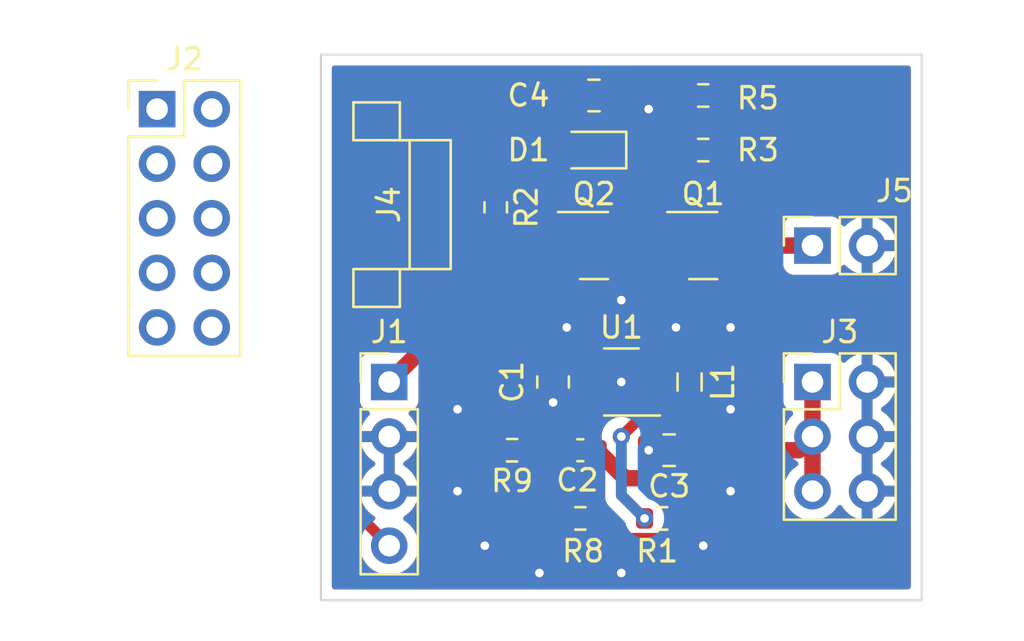
<source format=kicad_pcb>
(kicad_pcb (version 20211014) (generator pcbnew)
  (layers (0 "F.Cu" signal) (31 "B.Cu" signal) (34 "B.Paste" user) (35 "F.Paste" user) (36 "B.SilkS" user "B.Silkscreen") (37 "F.SilkS" user "F.Silkscreen") (38 "B.Mask" user) (39 "F.Mask" user) (44 "Edge.Cuts" user))
  (net 0 "")
  (net 1 "+4V")
  (net 2 "GND")
  (net 3 "+3V3")
  (net 4 "Net-(C2-Pad2)")
  (net 5 "/thermistor")
  (net 6 "/v_solar")
  (net 7 "/therm_en")
  (net 8 "/solar_en")
  (net 9 "/hdq")
  (net 10 "/3v3_en")
  (net 11 "/solar")
  (net 12 "Net-(L1-Pad1)")
  (net 13 "Net-(Q1-Pad1)")
  (net 14 "Net-(Q1-Pad2)")
  (footprint "Resistor_SMD:R_0603_1608Metric" (layer "F.Cu") (at 99.568 93.472 -90)
    (fp_text reference "R2" (at 0 -1.43 90) (layer "F.SilkS"))
    (fp_text value "10k")
    (fp_line (start -0.237258 -0.5225) (end 0.237258 -0.5225) (layer "F.SilkS") (width 0.12))
    (fp_line (start -0.237258 0.5225) (end 0.237258 0.5225) (layer "F.SilkS") (width 0.12))
    (pad "1" smd roundrect (at -0.825 0 270) (size 0.8 0.95) (layers "F.Cu" "F.Paste" "F.Mask") (net 7 "/therm_en"))
    (pad "2" smd roundrect (at 0.825 0 270) (size 0.8 0.95) (layers "F.Cu" "F.Paste" "F.Mask") (net 5 "/thermistor"))
  )
  (footprint "Resistor_SMD:R_0603_1608Metric" (layer "F.Cu") (at 109.22 90.805)
    (fp_text reference "R3" (at 2.54 0) (layer "F.SilkS"))
    (fp_text value "430k")
    (fp_line (start -0.237258 -0.5225) (end 0.237258 -0.5225) (layer "F.SilkS") (width 0.12))
    (fp_line (start -0.237258 0.5225) (end 0.237258 0.5225) (layer "F.SilkS") (width 0.12))
    (pad "1" smd roundrect (at -0.825 0) (size 0.8 0.95) (layers "F.Cu" "F.Paste" "F.Mask") (net 11 "/solar"))
    (pad "2" smd roundrect (at 0.825 0) (size 0.8 0.95) (layers "F.Cu" "F.Paste" "F.Mask") (net 6 "/v_solar"))
  )
  (footprint "Capacitor_SMD:C_0805_2012Metric" (layer "F.Cu") (at 107.635 104.775 180)
    (fp_text reference "C3" (at 0 -1.68) (layer "F.SilkS"))
    (fp_text value "10u")
    (fp_line (start -0.261252 -0.735) (end 0.261252 -0.735) (layer "F.SilkS") (width 0.12))
    (fp_line (start -0.261252 0.735) (end 0.261252 0.735) (layer "F.SilkS") (width 0.12))
    (pad "1" smd roundrect (at -0.95 0 180) (size 1 1.45) (layers "F.Cu" "F.Paste" "F.Mask") (net 3 "+3V3"))
    (pad "2" smd roundrect (at 0.95 0 180) (size 1 1.45) (layers "F.Cu" "F.Paste" "F.Mask") (net 2 "GND"))
  )
  (footprint "Connector_PinSocket_2.54mm:PinSocket_1x02_P2.54mm_Vertical" (layer "F.Cu") (at 114.3 95.25 90)
    (fp_text reference "J5" (at 2.54 3.81 180) (layer "F.SilkS"))
    (fp_text value "Conn_01x02_Female")
    (fp_line (start 1.33 -1.33) (end 1.33 0) (layer "F.SilkS") (width 0.12))
    (fp_line (start -1.33 3.87) (end 1.33 3.87) (layer "F.SilkS") (width 0.12))
    (fp_line (start -1.33 1.27) (end 1.33 1.27) (layer "F.SilkS") (width 0.12))
    (fp_line (start -1.33 1.27) (end -1.33 3.87) (layer "F.SilkS") (width 0.12))
    (fp_line (start 1.33 1.27) (end 1.33 3.87) (layer "F.SilkS") (width 0.12))
    (fp_line (start 0 -1.33) (end 1.33 -1.33) (layer "F.SilkS") (width 0.12))
    (pad "1" thru_hole rect (at 0 0 90) (size 1.7 1.7) (drill 1) (layers *.Cu *.Mask) (net 11 "/solar"))
    (pad "2" thru_hole oval (at 0 2.54 90) (size 1.7 1.7) (drill 1) (layers *.Cu *.Mask) (net 2 "GND"))
  )
  (footprint "Package_TO_SOT_SMD:SOT-23" (layer "F.Cu") (at 109.22 95.25)
    (fp_text reference "Q1" (at 0 -2.4) (layer "F.SilkS"))
    (fp_text value "Q_NMOS_GSD")
    (fp_line (start 0 1.56) (end -0.65 1.56) (layer "F.SilkS") (width 0.12))
    (fp_line (start 0 -1.56) (end -1.675 -1.56) (layer "F.SilkS") (width 0.12))
    (fp_line (start 0 -1.56) (end 0.65 -1.56) (layer "F.SilkS") (width 0.12))
    (fp_line (start 0 1.56) (end 0.65 1.56) (layer "F.SilkS") (width 0.12))
    (pad "1" smd roundrect (at -0.9375 -0.95) (size 1.475 0.6) (layers "F.Cu" "F.Paste" "F.Mask") (net 13 "Net-(Q1-Pad1)"))
    (pad "2" smd roundrect (at -0.9375 0.95) (size 1.475 0.6) (layers "F.Cu" "F.Paste" "F.Mask") (net 14 "Net-(Q1-Pad2)"))
    (pad "3" smd roundrect (at 0.9375 0) (size 1.475 0.6) (layers "F.Cu" "F.Paste" "F.Mask") (net 11 "/solar"))
  )
  (footprint "Connector_PinHeader_2.54mm:PinHeader_2x05_P2.54mm_Vertical" (layer "F.Cu") (at 83.82 88.9)
    (fp_text reference "J2" (at 1.27 -2.33) (layer "F.SilkS"))
    (fp_text value "Conn_02x05_Odd_Even")
    (fp_line (start -1.33 0) (end -1.33 -1.33) (layer "F.SilkS") (width 0.12))
    (fp_line (start 1.27 -1.33) (end 3.87 -1.33) (layer "F.SilkS") (width 0.12))
    (fp_line (start -1.33 1.27) (end 1.27 1.27) (layer "F.SilkS") (width 0.12))
    (fp_line (start -1.33 1.27) (end -1.33 11.49) (layer "F.SilkS") (width 0.12))
    (fp_line (start 3.87 -1.33) (end 3.87 11.49) (layer "F.SilkS") (width 0.12))
    (fp_line (start -1.33 11.49) (end 3.87 11.49) (layer "F.SilkS") (width 0.12))
    (fp_line (start -1.33 -1.33) (end 0 -1.33) (layer "F.SilkS") (width 0.12))
    (fp_line (start 1.27 1.27) (end 1.27 -1.33) (layer "F.SilkS") (width 0.12))
    (pad "1" thru_hole rect (at 0 0) (size 1.7 1.7) (drill 1) (layers *.Cu *.Mask) (net 1 "+4V"))
    (pad "2" thru_hole oval (at 2.54 0) (size 1.7 1.7) (drill 1) (layers *.Cu *.Mask) (net 2 "GND"))
    (pad "3" thru_hole oval (at 0 2.54) (size 1.7 1.7) (drill 1) (layers *.Cu *.Mask) (net 5 "/thermistor"))
    (pad "4" thru_hole oval (at 2.54 2.54) (size 1.7 1.7) (drill 1) (layers *.Cu *.Mask) (net 6 "/v_solar"))
    (pad "5" thru_hole oval (at 0 5.08) (size 1.7 1.7) (drill 1) (layers *.Cu *.Mask) (net 7 "/therm_en"))
    (pad "6" thru_hole oval (at 2.54 5.08) (size 1.7 1.7) (drill 1) (layers *.Cu *.Mask) (net 8 "/solar_en"))
    (pad "7" thru_hole oval (at 0 7.62) (size 1.7 1.7) (drill 1) (layers *.Cu *.Mask) (net 9 "/hdq"))
    (pad "8" thru_hole oval (at 2.54 7.62) (size 1.7 1.7) (drill 1) (layers *.Cu *.Mask) (net 10 "/3v3_en"))
    (pad "9" thru_hole oval (at 0 10.16) (size 1.7 1.7) (drill 1) (layers *.Cu *.Mask) (net 2 "GND"))
    (pad "10" thru_hole oval (at 2.54 10.16) (size 1.7 1.7) (drill 1) (layers *.Cu *.Mask) (net 1 "+4V"))
  )
  (footprint "Connector_PinHeader_2.54mm:PinHeader_2x03_P2.54mm_Vertical" (layer "F.Cu") (at 114.3 101.6)
    (fp_text reference "J3" (at 1.27 -2.33) (layer "F.SilkS"))
    (fp_text value "Conn_02x03_Odd_Even")
    (fp_line (start 1.27 -1.33) (end 3.87 -1.33) (layer "F.SilkS") (width 0.12))
    (fp_line (start -1.33 1.27) (end 1.27 1.27) (layer "F.SilkS") (width 0.12))
    (fp_line (start -1.33 6.41) (end 3.87 6.41) (layer "F.SilkS") (width 0.12))
    (fp_line (start -1.33 1.27) (end -1.33 6.41) (layer "F.SilkS") (width 0.12))
    (fp_line (start -1.33 0) (end -1.33 -1.33) (layer "F.SilkS") (width 0.12))
    (fp_line (start 1.27 1.27) (end 1.27 -1.33) (layer "F.SilkS") (width 0.12))
    (fp_line (start -1.33 -1.33) (end 0 -1.33) (layer "F.SilkS") (width 0.12))
    (fp_line (start 3.87 -1.33) (end 3.87 6.41) (layer "F.SilkS") (width 0.12))
    (pad "1" thru_hole rect (at 0 0) (size 1.7 1.7) (drill 1) (layers *.Cu *.Mask) (net 3 "+3V3"))
    (pad "2" thru_hole oval (at 2.54 0) (size 1.7 1.7) (drill 1) (layers *.Cu *.Mask) (net 2 "GND"))
    (pad "3" thru_hole oval (at 0 2.54) (size 1.7 1.7) (drill 1) (layers *.Cu *.Mask) (net 3 "+3V3"))
    (pad "4" thru_hole oval (at 2.54 2.54) (size 1.7 1.7) (drill 1) (layers *.Cu *.Mask) (net 2 "GND"))
    (pad "5" thru_hole oval (at 0 5.08) (size 1.7 1.7) (drill 1) (layers *.Cu *.Mask) (net 3 "+3V3"))
    (pad "6" thru_hole oval (at 2.54 5.08) (size 1.7 1.7) (drill 1) (layers *.Cu *.Mask) (net 2 "GND"))
  )
  (footprint "Resistor_SMD:R_0603_1608Metric" (layer "F.Cu") (at 107.315 107.95)
    (fp_text reference "R1" (at -0.237258 1.524) (layer "F.SilkS"))
    (fp_text value "430k")
    (fp_line (start -0.237258 0.5225) (end 0.237258 0.5225) (layer "F.SilkS") (width 0.12))
    (fp_line (start -0.237258 -0.5225) (end 0.237258 -0.5225) (layer "F.SilkS") (width 0.12))
    (pad "1" smd roundrect (at -0.825 0) (size 0.8 0.95) (layers "F.Cu" "F.Paste" "F.Mask") (net 10 "/3v3_en"))
    (pad "2" smd roundrect (at 0.825 0) (size 0.8 0.95) (layers "F.Cu" "F.Paste" "F.Mask") (net 1 "+4V"))
  )
  (footprint "Package_TO_SOT_SMD:SOT-23-5" (layer "F.Cu") (at 105.41 101.6 180)
    (fp_text reference "U1" (at 0 2.54) (layer "F.SilkS"))
    (fp_text value "AP3428")
    (fp_line (start 0 -1.56) (end 0.8 -1.56) (layer "F.SilkS") (width 0.12))
    (fp_line (start 0 1.56) (end 0.8 1.56) (layer "F.SilkS") (width 0.12))
    (fp_line (start 0 -1.56) (end -1.8 -1.56) (layer "F.SilkS") (width 0.12))
    (fp_line (start 0 1.56) (end -0.8 1.56) (layer "F.SilkS") (width 0.12))
    (pad "1" smd roundrect (at -1.1375 -0.95 180) (size 1.325 0.6) (layers "F.Cu" "F.Paste" "F.Mask") (net 10 "/3v3_en"))
    (pad "2" smd roundrect (at -1.1375 0 180) (size 1.325 0.6) (layers "F.Cu" "F.Paste" "F.Mask") (net 2 "GND"))
    (pad "3" smd roundrect (at -1.1375 0.95 180) (size 1.325 0.6) (layers "F.Cu" "F.Paste" "F.Mask") (net 12 "Net-(L1-Pad1)"))
    (pad "4" smd roundrect (at 1.1375 0.95 180) (size 1.325 0.6) (layers "F.Cu" "F.Paste" "F.Mask") (net 1 "+4V"))
    (pad "5" smd roundrect (at 1.1375 -0.95 180) (size 1.325 0.6) (layers "F.Cu" "F.Paste" "F.Mask") (net 4 "Net-(C2-Pad2)"))
  )
  (footprint "Connector_PinHeader_2.54mm:PinHeader_1x04_P2.54mm_Vertical" (layer "F.Cu") (at 94.615 101.6)
    (fp_text reference "J1" (at 0 -2.33) (layer "F.SilkS"))
    (fp_text value "Conn_01x04_Female")
    (fp_line (start -1.33 0) (end -1.33 -1.33) (layer "F.SilkS") (width 0.12))
    (fp_line (start 1.33 1.27) (end 1.33 8.95) (layer "F.SilkS") (width 0.12))
    (fp_line (start -1.33 -1.33) (end 0 -1.33) (layer "F.SilkS") (width 0.12))
    (fp_line (start -1.33 1.27) (end 1.33 1.27) (layer "F.SilkS") (width 0.12))
    (fp_line (start -1.33 8.95) (end 1.33 8.95) (layer "F.SilkS") (width 0.12))
    (fp_line (start -1.33 1.27) (end -1.33 8.95) (layer "F.SilkS") (width 0.12))
    (pad "1" thru_hole rect (at 0 0) (size 1.7 1.7) (drill 1) (layers *.Cu *.Mask) (net 1 "+4V"))
    (pad "2" thru_hole oval (at 0 2.54) (size 1.7 1.7) (drill 1) (layers *.Cu *.Mask) (net 2 "GND"))
    (pad "3" thru_hole oval (at 0 5.08) (size 1.7 1.7) (drill 1) (layers *.Cu *.Mask) (net 2 "GND"))
    (pad "4" thru_hole oval (at 0 7.62) (size 1.7 1.7) (drill 1) (layers *.Cu *.Mask) (net 5 "/thermistor"))
  )
  (footprint "Capacitor_SMD:C_0603_1608Metric" (layer "F.Cu") (at 103.505 104.775 180)
    (fp_text reference "C2" (at 0.14058 -1.397) (layer "F.SilkS"))
    (fp_text value "22 pF")
    (fp_line (start -0.14058 0.51) (end 0.14058 0.51) (layer "F.SilkS") (width 0.12))
    (fp_line (start -0.14058 -0.51) (end 0.14058 -0.51) (layer "F.SilkS") (width 0.12))
    (pad "1" smd roundrect (at -0.775 0 180) (size 0.9 0.95) (layers "F.Cu" "F.Paste" "F.Mask") (net 3 "+3V3"))
    (pad "2" smd roundrect (at 0.775 0 180) (size 0.9 0.95) (layers "F.Cu" "F.Paste" "F.Mask") (net 4 "Net-(C2-Pad2)"))
  )
  (footprint "Inductor_SMD:L_0805_2012Metric" (layer "F.Cu") (at 108.585 101.6 -90)
    (fp_text reference "L1" (at 0 -1.55 90) (layer "F.SilkS"))
    (fp_text value "2.2 uH")
    (fp_line (start -0.399622 0.56) (end 0.399622 0.56) (layer "F.SilkS") (width 0.12))
    (fp_line (start -0.399622 -0.56) (end 0.399622 -0.56) (layer "F.SilkS") (width 0.12))
    (pad "1" smd roundrect (at -1.0625 0 270) (size 0.875 1.2) (layers "F.Cu" "F.Paste" "F.Mask") (net 12 "Net-(L1-Pad1)"))
    (pad "2" smd roundrect (at 1.0625 0 270) (size 0.875 1.2) (layers "F.Cu" "F.Paste" "F.Mask") (net 3 "+3V3"))
  )
  (footprint "battery:battery_connector" (layer "F.Cu") (at 96.52 93.345 -90)
    (fp_text reference "J4" (at 0 1.925 90) (layer "F.SilkS"))
    (fp_text value "Conn_01x06_Male")
    (fp_line (start -4.76 1.41) (end -3 1.41) (layer "F.SilkS") (width 0.12))
    (fp_line (start -3 1.41) (end -3 -0.955) (layer "F.SilkS") (width 0.12))
    (fp_line (start 3 0.955) (end 3 3.57) (layer "F.SilkS") (width 0.12))
    (fp_line (start 4.76 3.57) (end 4.76 1.41) (layer "F.SilkS") (width 0.12))
    (fp_line (start -3 0.955) (end -3 3.57) (layer "F.SilkS") (width 0.12))
    (fp_line (start 3 1.41) (end 3 -0.955) (layer "F.SilkS") (width 0.12))
    (fp_line (start -3 0.955) (end 3 0.955) (layer "F.SilkS") (width 0.12))
    (fp_line (start -4.76 3.57) (end -4.76 1.41) (layer "F.SilkS") (width 0.12))
    (fp_line (start 4.76 1.41) (end 3 1.41) (layer "F.SilkS") (width 0.12))
    (fp_line (start -3 3.57) (end -4.76 3.57) (layer "F.SilkS") (width 0.12))
    (fp_line (start -3 -0.955) (end 3 -0.955) (layer "F.SilkS") (width 0.12))
    (fp_line (start 3 3.57) (end 4.76 3.57) (layer "F.SilkS") (width 0.12))
    (pad "0" smd rect locked (at 3.8 2.55 270) (size 1.2 1.8) (layers "F.Cu" "F.Paste" "F.Mask"))
    (pad "0" smd rect locked (at -3.8 2.55 270) (size 1.2 1.8) (layers "F.Cu" "F.Paste" "F.Mask"))
    (pad "1" smd rect locked (at -2.5 0 270) (size 0.6 1.55) (layers "F.Cu" "F.Paste" "F.Mask") (net 2 "GND"))
    (pad "2" smd rect locked (at -1.5 0 270) (size 0.6 1.55) (layers "F.Cu" "F.Paste" "F.Mask") (net 2 "GND"))
    (pad "3" smd rect locked (at -0.5 0 270) (size 0.6 1.55) (layers "F.Cu" "F.Paste" "F.Mask") (net 9 "/hdq"))
    (pad "4" smd rect locked (at 0.5 0 270) (size 0.6 1.55) (layers "F.Cu" "F.Paste" "F.Mask") (net 5 "/thermistor"))
    (pad "5" smd rect locked (at 1.5 0 270) (size 0.6 1.55) (layers "F.Cu" "F.Paste" "F.Mask") (net 1 "+4V"))
    (pad "6" smd rect locked (at 2.5 0 270) (size 0.6 1.55) (layers "F.Cu" "F.Paste" "F.Mask") (net 1 "+4V"))
  )
  (footprint "Diode_SMD:D_SOD-323" (layer "F.Cu") (at 104.14 90.805 180)
    (fp_text reference "D1" (at 3.048 0) (layer "F.SilkS"))
    (fp_text value "D")
    (fp_line (start -1.5 -0.85) (end 1.05 -0.85) (layer "F.SilkS") (width 0.12))
    (fp_line (start -1.5 0.85) (end 1.05 0.85) (layer "F.SilkS") (width 0.12))
    (fp_line (start -1.5 -0.85) (end -1.5 0.85) (layer "F.SilkS") (width 0.12))
    (pad "1" smd rect (at -1.05 0 180) (size 0.6 0.45) (layers "F.Cu" "F.Paste" "F.Mask") (net 13 "Net-(Q1-Pad1)"))
    (pad "2" smd rect (at 1.05 0 180) (size 0.6 0.45) (layers "F.Cu" "F.Paste" "F.Mask") (net 1 "+4V"))
  )
  (footprint "Capacitor_SMD:C_0805_2012Metric" (layer "F.Cu") (at 102.235 101.6 -90)
    (fp_text reference "C1" (at 0 1.905 90) (layer "F.SilkS"))
    (fp_text value "10u")
    (fp_line (start -0.261252 0.735) (end 0.261252 0.735) (layer "F.SilkS") (width 0.12))
    (fp_line (start -0.261252 -0.735) (end 0.261252 -0.735) (layer "F.SilkS") (width 0.12))
    (pad "1" smd roundrect (at -0.95 0 270) (size 1 1.45) (layers "F.Cu" "F.Paste" "F.Mask") (net 1 "+4V"))
    (pad "2" smd roundrect (at 0.95 0 270) (size 1 1.45) (layers "F.Cu" "F.Paste" "F.Mask") (net 2 "GND"))
  )
  (footprint "Resistor_SMD:R_0603_1608Metric" (layer "F.Cu") (at 103.505 107.95 180)
    (fp_text reference "R8" (at -0.127 -1.524) (layer "F.SilkS"))
    (fp_text value "430k")
    (fp_line (start -0.237258 0.5225) (end 0.237258 0.5225) (layer "F.SilkS") (width 0.12))
    (fp_line (start -0.237258 -0.5225) (end 0.237258 -0.5225) (layer "F.SilkS") (width 0.12))
    (pad "1" smd roundrect (at -0.825 0 180) (size 0.8 0.95) (layers "F.Cu" "F.Paste" "F.Mask") (net 3 "+3V3"))
    (pad "2" smd roundrect (at 0.825 0 180) (size 0.8 0.95) (layers "F.Cu" "F.Paste" "F.Mask") (net 4 "Net-(C2-Pad2)"))
  )
  (footprint "Resistor_SMD:R_0603_1608Metric" (layer "F.Cu") (at 109.22 88.265 180)
    (fp_text reference "R5" (at -2.54 -0.127) (layer "F.SilkS"))
    (fp_text value "100k")
    (fp_line (start -0.237258 0.5225) (end 0.237258 0.5225) (layer "F.SilkS") (width 0.12))
    (fp_line (start -0.237258 -0.5225) (end 0.237258 -0.5225) (layer "F.SilkS") (width 0.12))
    (pad "1" smd roundrect (at -0.825 0 180) (size 0.8 0.95) (layers "F.Cu" "F.Paste" "F.Mask") (net 6 "/v_solar"))
    (pad "2" smd roundrect (at 0.825 0 180) (size 0.8 0.95) (layers "F.Cu" "F.Paste" "F.Mask") (net 2 "GND"))
  )
  (footprint "Capacitor_SMD:C_0805_2012Metric" (layer "F.Cu") (at 104.14 88.265 180)
    (fp_text reference "C4" (at 3.048 0) (layer "F.SilkS"))
    (fp_text value "10u")
    (fp_line (start -0.261252 -0.735) (end 0.261252 -0.735) (layer "F.SilkS") (width 0.12))
    (fp_line (start -0.261252 0.735) (end 0.261252 0.735) (layer "F.SilkS") (width 0.12))
    (pad "1" smd roundrect (at -0.95 0 180) (size 1 1.45) (layers "F.Cu" "F.Paste" "F.Mask") (net 13 "Net-(Q1-Pad1)"))
    (pad "2" smd roundrect (at 0.95 0 180) (size 1 1.45) (layers "F.Cu" "F.Paste" "F.Mask") (net 8 "/solar_en"))
  )
  (footprint "Resistor_SMD:R_0603_1608Metric" (layer "F.Cu") (at 100.33 104.775 180)
    (fp_text reference "R9" (at 0 -1.43) (layer "F.SilkS"))
    (fp_text value "100k")
    (fp_line (start -0.237258 -0.5225) (end 0.237258 -0.5225) (layer "F.SilkS") (width 0.12))
    (fp_line (start -0.237258 0.5225) (end 0.237258 0.5225) (layer "F.SilkS") (width 0.12))
    (pad "1" smd roundrect (at -0.825 0 180) (size 0.8 0.95) (layers "F.Cu" "F.Paste" "F.Mask") (net 4 "Net-(C2-Pad2)"))
    (pad "2" smd roundrect (at 0.825 0 180) (size 0.8 0.95) (layers "F.Cu" "F.Paste" "F.Mask") (net 2 "GND"))
  )
  (footprint "Package_TO_SOT_SMD:SOT-23" (layer "F.Cu") (at 104.14 95.25)
    (fp_text reference "Q2" (at 0 -2.4) (layer "F.SilkS"))
    (fp_text value "Q_NMOS_GSD")
    (fp_line (start 0 1.56) (end 0.65 1.56) (layer "F.SilkS") (width 0.12))
    (fp_line (start 0 1.56) (end -0.65 1.56) (layer "F.SilkS") (width 0.12))
    (fp_line (start 0 -1.56) (end 0.65 -1.56) (layer "F.SilkS") (width 0.12))
    (fp_line (start 0 -1.56) (end -1.675 -1.56) (layer "F.SilkS") (width 0.12))
    (pad "1" smd roundrect (at -0.9375 -0.95) (size 1.475 0.6) (layers "F.Cu" "F.Paste" "F.Mask") (net 13 "Net-(Q1-Pad1)"))
    (pad "2" smd roundrect (at -0.9375 0.95) (size 1.475 0.6) (layers "F.Cu" "F.Paste" "F.Mask") (net 14 "Net-(Q1-Pad2)"))
    (pad "3" smd roundrect (at 0.9375 0) (size 1.475 0.6) (layers "F.Cu" "F.Paste" "F.Mask") (net 1 "+4V"))
  )
  (gr_rect (start 91.44 86.36) (end 119.38 111.76) (layer "Edge.Cuts") (width 0.1) (fill none))
  (segment (start 102.533974 95.27752) (end 102.561494 95.25) (width 0.762) (layer "F.Cu") (net 1))
  (segment (start 102.01148 94.699986) (end 102.01148 91.88352) (width 0.508) (layer "F.Cu") (net 1))
  (segment (start 96.95252 95.27752) (end 102.533974 95.27752) (width 0.762) (layer "F.Cu") (net 1))
  (segment (start 102.01148 91.88352) (end 103.09 90.805) (width 0.508) (layer "F.Cu") (net 1))
  (segment (start 102.561494 95.25) (end 102.01148 94.699986) (width 0.508) (layer "F.Cu") (net 1))
  (segment (start 100.33 105.41) (end 100.33 103.505) (width 0.254) (layer "F.Cu") (net 1))
  (segment (start 107.21148 108.87852) (end 101.89352 108.87852) (width 0.508) (layer "F.Cu") (net 1))
  (segment (start 102.235 100.65) (end 100.33 102.555) (width 0.762) (layer "F.Cu") (net 1))
  (segment (start 102.235 100.65) (end 104.2725 100.65) (width 0.762) (layer "F.Cu") (net 1))
  (segment (start 96.95252 99.26248) (end 94.615 101.6) (width 0.762) (layer "F.Cu") (net 1))
  (segment (start 100.33 107.315) (end 100.33 105.41) (width 0.508) (layer "F.Cu") (net 1))
  (segment (start 96.95252 99.26248) (end 100.84748 99.26248) (width 0.762) (layer "F.Cu") (net 1))
  (segment (start 96.52 94.845) (end 96.95252 95.27752) (width 0.762) (layer "F.Cu") (net 1))
  (segment (start 101.89352 108.87852) (end 100.33 107.315) (width 0.508) (layer "F.Cu") (net 1))
  (segment (start 108.14 107.95) (end 107.21148 108.87852) (width 0.508) (layer "F.Cu") (net 1))
  (segment (start 105.0775 95.25) (end 102.561494 95.25) (width 0.508) (layer "F.Cu") (net 1))
  (segment (start 100.33 102.555) (end 100.33 103.505) (width 0.762) (layer "F.Cu") (net 1))
  (segment (start 96.95252 95.27752) (end 96.95252 99.26248) (width 0.762) (layer "F.Cu") (net 1))
  (segment (start 100.84748 99.26248) (end 102.235 100.65) (width 0.762) (layer "F.Cu") (net 1))
  (segment (start 105.41 101.6) (end 105.42152 101.61152) (width 0.762) (layer "F.Cu") (net 2))
  (segment (start 105.42152 101.61152) (end 106.5475 101.61152) (width 0.762) (layer "F.Cu") (net 2))
  (segment (start 105.41 101.6) (end 103.185 101.6) (width 0.508) (layer "F.Cu") (net 2))
  (segment (start 103.185 101.6) (end 102.235 102.55) (width 0.508) (layer "F.Cu") (net 2))
  (segment (start 106.685 104.775) (end 106.68 104.775) (width 0.762) (layer "F.Cu") (net 2))
  (via (at 107.95 99.06) (size 0.8) (drill 0.4) (layers "F.Cu" "B.Cu") (net 2))
  (via (at 106.68 88.9) (size 0.8) (drill 0.4) (layers "F.Cu" "B.Cu") (net 2))
  (via (at 106.68 104.775) (size 0.8) (drill 0.4) (layers "F.Cu" "B.Cu") (net 2))
  (via (at 105.41 97.79) (size 0.8) (drill 0.4) (layers "F.Cu" "B.Cu") (net 2))
  (via (at 97.79 102.87) (size 0.8) (drill 0.4) (layers "F.Cu" "B.Cu") (net 2))
  (via (at 109.22 109.22) (size 0.8) (drill 0.4) (layers "F.Cu" "B.Cu") (net 2))
  (via (at 105.41 110.49) (size 0.8) (drill 0.4) (layers "F.Cu" "B.Cu") (net 2))
  (via (at 102.87 99.06) (size 0.8) (drill 0.4) (layers "F.Cu" "B.Cu") (net 2))
  (via (at 110.49 99.06) (size 0.8) (drill 0.4) (layers "F.Cu" "B.Cu") (net 2))
  (via (at 105.41 101.6) (size 0.8) (drill 0.4) (layers "F.Cu" "B.Cu") (net 2))
  (via (at 101.6 110.49) (size 0.8) (drill 0.4) (layers "F.Cu" "B.Cu") (net 2))
  (via (at 99.06 109.22) (size 0.8) (drill 0.4) (layers "F.Cu" "B.Cu") (net 2))
  (via (at 110.49 102.87) (size 0.8) (drill 0.4) (layers "F.Cu" "B.Cu") (net 2))
  (via (at 110.49 106.68) (size 0.8) (drill 0.4) (layers "F.Cu" "B.Cu") (net 2))
  (via (at 97.79 106.68) (size 0.8) (drill 0.4) (layers "F.Cu" "B.Cu") (net 2))
  (via (at 102.235 102.55) (size 0.8) (drill 0.4) (layers "F.Cu" "B.Cu") (net 2))
  (segment (start 106.68 104.775) (end 106.68 102.87) (width 0.762) (layer "B.Cu") (net 2))
  (segment (start 106.68 102.87) (end 105.41 101.6) (width 0.762) (layer "B.Cu") (net 2))
  (segment (start 108.585 104.775) (end 113.665 104.775) (width 0.762) (layer "F.Cu") (net 3))
  (segment (start 113.665 104.775) (end 114.3 104.14) (width 0.762) (layer "F.Cu") (net 3))
  (segment (start 107.27948 106.08052) (end 108.585 104.775) (width 0.762) (layer "F.Cu") (net 3))
  (segment (start 104.28 104.775) (end 105.58552 106.08052) (width 0.762) (layer "F.Cu") (net 3))
  (segment (start 108.585 102.6625) (end 108.585 104.775) (width 0.762) (layer "F.Cu") (net 3))
  (segment (start 104.28 107.9) (end 104.33 107.95) (width 0.762) (layer "F.Cu") (net 3))
  (segment (start 105.58552 106.08052) (end 107.27948 106.08052) (width 0.762) (layer "F.Cu") (net 3))
  (segment (start 114.3 101.6) (end 114.3 106.68) (width 0.762) (layer "F.Cu") (net 3))
  (segment (start 104.28 104.775) (end 104.28 107.9) (width 0.762) (layer "F.Cu") (net 3))
  (segment (start 104.2725 102.55) (end 102.73 104.0925) (width 0.762) (layer "F.Cu") (net 4))
  (segment (start 102.73 104.0925) (end 102.73 104.775) (width 0.762) (layer "F.Cu") (net 4))
  (segment (start 102.68 104.825) (end 102.73 104.775) (width 0.762) (layer "F.Cu") (net 4))
  (segment (start 102.68 107.95) (end 102.68 104.825) (width 0.762) (layer "F.Cu") (net 4))
  (segment (start 102.73 104.775) (end 101.155 104.775) (width 0.762) (layer "F.Cu") (net 4))
  (segment (start 92.964 107.569) (end 92.964 105.664) (width 0.508) (layer "F.Cu") (net 5))
  (segment (start 92.964 105.664) (end 92.616489 105.316489) (width 0.508) (layer "F.Cu") (net 5))
  (segment (start 99.116 93.845) (end 99.568 94.297) (width 0.508) (layer "F.Cu") (net 5))
  (segment (start 92.616489 105.316489) (end 92.616489 95.851511) (width 0.508) (layer "F.Cu") (net 5))
  (segment (start 94.623 93.845) (end 96.52 93.845) (width 0.508) (layer "F.Cu") (net 5))
  (segment (start 94.615 109.22) (end 92.964 107.569) (width 0.508) (layer "F.Cu") (net 5))
  (segment (start 96.52 93.845) (end 99.116 93.845) (width 0.508) (layer "F.Cu") (net 5))
  (segment (start 92.616489 95.851511) (end 94.623 93.845) (width 0.508) (layer "F.Cu") (net 5))
  (segment (start 110.045 90.805) (end 110.045 88.455) (width 0.762) (layer "F.Cu") (net 6))
  (segment (start 110.045 88.455) (end 109.855 88.265) (width 0.762) (layer "F.Cu") (net 6))
  (segment (start 106.5475 102.55) (end 106.5475 103.0025) (width 0.508) (layer "F.Cu") (net 10))
  (segment (start 106.5475 103.0025) (end 105.41 104.14) (width 0.508) (layer "F.Cu") (net 10))
  (via (at 105.41 104.14) (size 0.8) (drill 0.4) (layers "F.Cu" "B.Cu") (net 10))
  (via (at 106.49 107.95) (size 0.8) (drill 0.4) (layers "F.Cu" "B.Cu") (net 10))
  (segment (start 105.41 106.87) (end 106.49 107.95) (width 0.508) (layer "B.Cu") (net 10))
  (segment (start 105.41 104.14) (end 105.41 106.87) (width 0.508) (layer "B.Cu") (net 10))
  (segment (start 114.3 95.25) (end 110.1575 95.25) (width 0.762) (layer "F.Cu") (net 11))
  (segment (start 110.1575 95.25) (end 110.1575 92.5675) (width 0.762) (layer "F.Cu") (net 11))
  (segment (start 110.1575 92.5675) (end 108.395 90.805) (width 0.762) (layer "F.Cu") (net 11))
  (segment (start 106.5475 100.65) (end 108.4725 100.65) (width 0.762) (layer "F.Cu") (net 12))
  (segment (start 108.4725 100.65) (end 108.585 100.5375) (width 0.762) (layer "F.Cu") (net 12))
  (segment (start 105.09 88.265) (end 105.09 94.178) (width 0.762) (layer "F.Cu") (net 13))
  (segment (start 103.2025 94.3) (end 104.968 94.3) (width 0.762) (layer "F.Cu") (net 13))
  (segment (start 105.09 94.178) (end 104.968 94.3) (width 0.762) (layer "F.Cu") (net 13))
  (segment (start 104.968 94.3) (end 108.2825 94.3) (width 0.762) (layer "F.Cu") (net 13))
  (segment (start 108.2825 96.2) (end 103.2025 96.2) (width 0.762) (layer "F.Cu") (net 14))
  (zone (net 2) (net_name "GND") (layers F&B.Cu) (connect_pads (clearance 0.508)) (min_thickness 0.254) (fill yes (thermal_gap 0.508) (thermal_bridge_width 0.508))
    (polygon (pts (xy 120.65 84.455) (xy 120.65 113.665) (xy 89.535 113.665) (xy 90.17 83.82)))
  )
)
</source>
